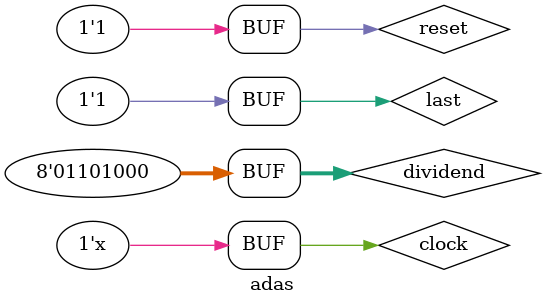
<source format=v>
module ds(
  input wire clock,
  input wire reset,
  input wire [7:0] crc_input,
  input wire last,
  output wire [7:0] crc_output
);
 
  reg [0:24] divisor = 25'b1100001100100110011111011;
  reg [0:31] crc_reg,crc_own;
  reg [1:0] cycle_counter;
  reg [7:0] oup;
  integer i, j;
  
  always @(posedge clock) begin
    if (~reset) begin
      crc_reg <= 0;
      crc_own<=0;
      cycle_counter<=0;
    end 
    else begin
    crc_reg  = {crc_input,{24{1'b0}}};
    
    for (i = 0; i <=7; i = i + 1) begin
      if (crc_reg[i] == 1 && last==1) begin
        for (j = 0; j < 25; j = j + 1) begin
          crc_reg[i + j] = crc_reg[i + j] ^ divisor[j];
        end
      end
    end
    crc_own = {crc_input,crc_reg[8:31]};
    cycle_counter = cycle_counter + 1;
    oup=crc_own[8*cycle_counter +:8];
    end
  end
  


  assign crc_output = oup;
   
endmodule

module adas(

    );
    reg [7:0] dividend;
    reg last;
    reg clock;
    reg reset;
always #5 clock=~clock;
     initial begin
    // Test 1
    reset=0;
    clock=0;#10
    reset=1;#20
    dividend =8'b01101000;
    
    #10;
    last=1;
end
    ds uut(.crc_input(dividend),.last(last),.clock(clock),.reset(reset));
endmodule

</source>
